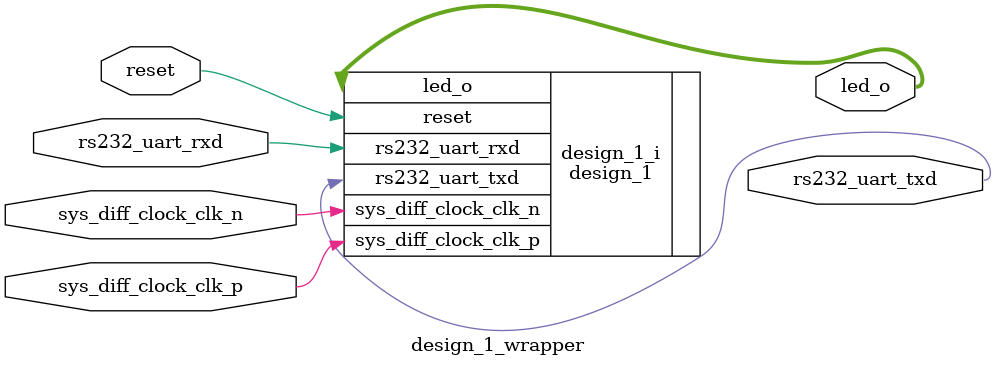
<source format=v>
`timescale 1 ps / 1 ps

module design_1_wrapper
   (led_o,
    reset,
    rs232_uart_rxd,
    rs232_uart_txd,
    sys_diff_clock_clk_n,
    sys_diff_clock_clk_p);
  output [7:0]led_o;
  input reset;
  input rs232_uart_rxd;
  output rs232_uart_txd;
  input sys_diff_clock_clk_n;
  input sys_diff_clock_clk_p;

  wire [7:0]led_o;
  wire reset;
  wire rs232_uart_rxd;
  wire rs232_uart_txd;
  wire sys_diff_clock_clk_n;
  wire sys_diff_clock_clk_p;

  design_1 design_1_i
       (.led_o(led_o),
        .reset(reset),
        .rs232_uart_rxd(rs232_uart_rxd),
        .rs232_uart_txd(rs232_uart_txd),
        .sys_diff_clock_clk_n(sys_diff_clock_clk_n),
        .sys_diff_clock_clk_p(sys_diff_clock_clk_p));
endmodule

</source>
